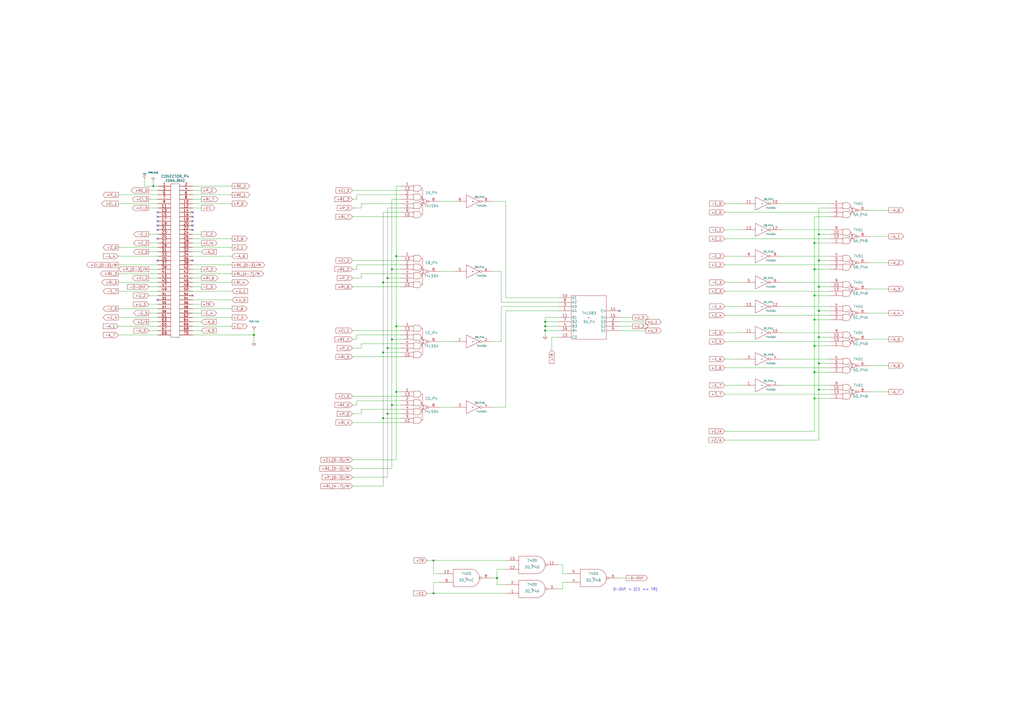
<source format=kicad_sch>
(kicad_sch (version 20250114) (generator "eeschema") (generator_version "9.0")
  (paper "A2")
  (title_block (title "MAIS UM E PORTA DE SELEÇÃO") (date "2 aug 2016"))
  (text "D-OVF = (C1 == TR)" (at 355.6 342.9 0) (effects (font (size 1.524 1.524)) (justify left bottom)))
  (junction (at 227.33 156.21))
  (junction (at 88.9 107.95))
  (junction (at 147.32 194.31))
  (junction (at 474.98 195.58))
  (junction (at 224.79 161.29))
  (junction (at 474.98 226.06))
  (junction (at 222.25 242.57))
  (junction (at 227.33 196.85))
  (junction (at 474.98 180.34))
  (junction (at 288.29 335.28))
  (junction (at 474.98 210.82))
  (junction (at 472.44 215.9))
  (junction (at 316.23 189.23))
  (junction (at 472.44 231.14))
  (junction (at 251.46 344.17))
  (junction (at 472.44 200.66))
  (junction (at 229.87 189.23))
  (junction (at 472.44 140.97))
  (junction (at 229.87 227.33))
  (junction (at 474.98 135.89))
  (junction (at 222.25 163.83))
  (junction (at 316.23 191.77))
  (junction (at 251.46 325.12))
  (junction (at 472.44 171.45))
  (junction (at 474.98 151.13))
  (junction (at 227.33 234.95))
  (junction (at 224.79 240.03))
  (junction (at 472.44 185.42))
  (junction (at 472.44 156.21))
  (junction (at 224.79 201.93))
  (junction (at 474.98 166.37))
  (junction (at 316.23 186.69))
  (junction (at 222.25 204.47))
  (junction (at 229.87 148.59))
  (no_connect (at 91.44 123.19))
  (no_connect (at 91.44 173.99))
  (no_connect (at 91.44 125.73))
  (no_connect (at 359.41 180.34))
  (no_connect (at 91.44 133.35))
  (no_connect (at 111.76 171.45))
  (no_connect (at 111.76 151.13))
  (no_connect (at 91.44 130.81))
  (no_connect (at 111.76 128.27))
  (no_connect (at 91.44 138.43))
  (no_connect (at 111.76 123.19))
  (no_connect (at 91.44 128.27))
  (no_connect (at 111.76 125.73))
  (no_connect (at 111.76 130.81))
  (no_connect (at 91.44 151.13))
  (no_connect (at 111.76 133.35))
  (wire (pts (xy 316.23 191.77) (xy 323.85 191.77)))
  (wire (pts (xy 229.87 266.7) (xy 204.47 266.7)))
  (wire (pts (xy 116.84 146.05) (xy 111.76 146.05)))
  (wire (pts (xy 147.32 191.77) (xy 147.32 194.31)))
  (wire (pts (xy 474.98 195.58) (xy 481.33 195.58)))
  (wire (pts (xy 326.39 327.66) (xy 326.39 332.74)))
  (wire (pts (xy 326.39 337.82) (xy 326.39 341.63)))
  (wire (pts (xy 134.62 168.91) (xy 111.76 168.91)))
  (wire (pts (xy 222.25 123.19) (xy 222.25 163.83)))
  (wire (pts (xy 68.58 148.59) (xy 91.44 148.59)))
  (wire (pts (xy 224.79 161.29) (xy 232.41 161.29)))
  (wire (pts (xy 320.04 195.58) (xy 323.85 195.58)))
  (wire (pts (xy 207.01 232.41) (xy 207.01 234.95)))
  (wire (pts (xy 474.98 226.06) (xy 474.98 255.27)))
  (wire (pts (xy 229.87 148.59) (xy 229.87 189.23)))
  (wire (pts (xy 68.58 158.75) (xy 91.44 158.75)))
  (wire (pts (xy 504.19 121.92) (xy 515.62 121.92)))
  (wire (pts (xy 68.58 113.03) (xy 91.44 113.03)))
  (wire (pts (xy 116.84 115.57) (xy 111.76 115.57)))
  (wire (pts (xy 316.23 186.69) (xy 316.23 189.23)))
  (wire (pts (xy 481.33 223.52) (xy 453.39 223.52)))
  (wire (pts (xy 227.33 271.78) (xy 204.47 271.78)))
  (wire (pts (xy 420.37 133.35) (xy 430.53 133.35)))
  (wire (pts (xy 68.58 163.83) (xy 91.44 163.83)))
  (wire (pts (xy 222.25 281.94) (xy 204.47 281.94)))
  (wire (pts (xy 116.84 166.37) (xy 111.76 166.37)))
  (wire (pts (xy 229.87 148.59) (xy 232.41 148.59)))
  (wire (pts (xy 134.62 163.83) (xy 111.76 163.83)))
  (wire (pts (xy 367.03 184.15) (xy 359.41 184.15)))
  (wire (pts (xy 481.33 148.59) (xy 453.39 148.59)))
  (wire (pts (xy 255.27 198.12) (xy 262.89 198.12)))
  (wire (pts (xy 209.55 199.39) (xy 209.55 201.93)))
  (wire (pts (xy 207.01 234.95) (xy 204.47 234.95)))
  (wire (pts (xy 229.87 227.33) (xy 229.87 266.7)))
  (wire (pts (xy 227.33 156.21) (xy 232.41 156.21)))
  (wire (pts (xy 474.98 180.34) (xy 474.98 195.58)))
  (wire (pts (xy 474.98 195.58) (xy 474.98 210.82)))
  (wire (pts (xy 288.29 335.28) (xy 288.29 339.09)))
  (wire (pts (xy 359.41 186.69) (xy 374.65 186.69)))
  (wire (pts (xy 481.33 123.19) (xy 420.37 123.19)))
  (wire (pts (xy 474.98 120.65) (xy 474.98 135.89)))
  (wire (pts (xy 420.37 198.12) (xy 481.33 198.12)))
  (wire (pts (xy 326.39 332.74) (xy 328.93 332.74)))
  (wire (pts (xy 207.01 153.67) (xy 232.41 153.67)))
  (wire (pts (xy 86.36 110.49) (xy 91.44 110.49)))
  (wire (pts (xy 134.62 173.99) (xy 111.76 173.99)))
  (wire (pts (xy 229.87 107.95) (xy 229.87 148.59)))
  (wire (pts (xy 204.47 229.87) (xy 232.41 229.87)))
  (wire (pts (xy 255.27 337.82) (xy 251.46 337.82)))
  (wire (pts (xy 227.33 196.85) (xy 227.33 234.95)))
  (wire (pts (xy 68.58 179.07) (xy 91.44 179.07)))
  (wire (pts (xy 290.83 157.48) (xy 285.75 157.48)))
  (wire (pts (xy 420.37 168.91) (xy 481.33 168.91)))
  (wire (pts (xy 207.01 115.57) (xy 204.47 115.57)))
  (wire (pts (xy 420.37 208.28) (xy 430.53 208.28)))
  (wire (pts (xy 86.36 156.21) (xy 91.44 156.21)))
  (wire (pts (xy 227.33 115.57) (xy 232.41 115.57)))
  (wire (pts (xy 288.29 330.2) (xy 288.29 335.28)))
  (wire (pts (xy 359.41 191.77) (xy 374.65 191.77)))
  (wire (pts (xy 222.25 123.19) (xy 232.41 123.19)))
  (wire (pts (xy 204.47 207.01) (xy 232.41 207.01)))
  (wire (pts (xy 320.04 195.58) (xy 320.04 203.2)))
  (wire (pts (xy 222.25 163.83) (xy 222.25 204.47)))
  (wire (pts (xy 285.75 236.22) (xy 293.37 236.22)))
  (wire (pts (xy 134.62 184.15) (xy 111.76 184.15)))
  (wire (pts (xy 474.98 135.89) (xy 474.98 151.13)))
  (wire (pts (xy 227.33 196.85) (xy 232.41 196.85)))
  (wire (pts (xy 481.33 133.35) (xy 453.39 133.35)))
  (wire (pts (xy 224.79 120.65) (xy 232.41 120.65)))
  (wire (pts (xy 504.19 196.85) (xy 515.62 196.85)))
  (wire (pts (xy 474.98 151.13) (xy 474.98 166.37)))
  (wire (pts (xy 316.23 186.69) (xy 323.85 186.69)))
  (wire (pts (xy 293.37 236.22) (xy 293.37 180.34)))
  (wire (pts (xy 227.33 234.95) (xy 227.33 271.78)))
  (wire (pts (xy 111.76 186.69) (xy 116.84 186.69)))
  (wire (pts (xy 323.85 327.66) (xy 326.39 327.66)))
  (wire (pts (xy 420.37 228.6) (xy 481.33 228.6)))
  (wire (pts (xy 207.01 196.85) (xy 204.47 196.85)))
  (wire (pts (xy 481.33 153.67) (xy 420.37 153.67)))
  (wire (pts (xy 209.55 161.29) (xy 204.47 161.29)))
  (wire (pts (xy 288.29 330.2) (xy 293.37 330.2)))
  (wire (pts (xy 474.98 226.06) (xy 481.33 226.06)))
  (wire (pts (xy 472.44 200.66) (xy 472.44 215.9)))
  (wire (pts (xy 224.79 120.65) (xy 224.79 161.29)))
  (wire (pts (xy 420.37 138.43) (xy 481.33 138.43)))
  (wire (pts (xy 116.84 161.29) (xy 111.76 161.29)))
  (wire (pts (xy 481.33 125.73) (xy 472.44 125.73)))
  (wire (pts (xy 293.37 172.72) (xy 323.85 172.72)))
  (wire (pts (xy 420.37 118.11) (xy 430.53 118.11)))
  (wire (pts (xy 209.55 237.49) (xy 209.55 240.03)))
  (wire (pts (xy 229.87 107.95) (xy 232.41 107.95)))
  (wire (pts (xy 134.62 158.75) (xy 111.76 158.75)))
  (wire (pts (xy 116.84 135.89) (xy 111.76 135.89)))
  (wire (pts (xy 472.44 215.9) (xy 472.44 231.14)))
  (wire (pts (xy 209.55 158.75) (xy 232.41 158.75)))
  (wire (pts (xy 481.33 177.8) (xy 453.39 177.8)))
  (wire (pts (xy 68.58 168.91) (xy 91.44 168.91)))
  (wire (pts (xy 316.23 184.15) (xy 316.23 186.69)))
  (wire (pts (xy 86.36 135.89) (xy 91.44 135.89)))
  (wire (pts (xy 224.79 240.03) (xy 232.41 240.03)))
  (wire (pts (xy 290.83 175.26) (xy 323.85 175.26)))
  (wire (pts (xy 474.98 120.65) (xy 481.33 120.65)))
  (wire (pts (xy 229.87 227.33) (xy 232.41 227.33)))
  (wire (pts (xy 224.79 201.93) (xy 224.79 240.03)))
  (wire (pts (xy 116.84 110.49) (xy 111.76 110.49)))
  (wire (pts (xy 255.27 332.74) (xy 251.46 332.74)))
  (wire (pts (xy 504.19 152.4) (xy 515.62 152.4)))
  (wire (pts (xy 255.27 157.48) (xy 262.89 157.48)))
  (wire (pts (xy 285.75 335.28) (xy 288.29 335.28)))
  (wire (pts (xy 209.55 118.11) (xy 232.41 118.11)))
  (wire (pts (xy 474.98 166.37) (xy 474.98 180.34)))
  (wire (pts (xy 116.84 156.21) (xy 111.76 156.21)))
  (wire (pts (xy 86.36 120.65) (xy 91.44 120.65)))
  (wire (pts (xy 247.65 344.17) (xy 251.46 344.17)))
  (wire (pts (xy 227.33 115.57) (xy 227.33 156.21)))
  (wire (pts (xy 323.85 177.8) (xy 290.83 177.8)))
  (wire (pts (xy 147.32 194.31) (xy 147.32 199.39)))
  (wire (pts (xy 472.44 185.42) (xy 481.33 185.42)))
  (wire (pts (xy 323.85 189.23) (xy 316.23 189.23)))
  (wire (pts (xy 134.62 118.11) (xy 111.76 118.11)))
  (wire (pts (xy 504.19 227.33) (xy 515.62 227.33)))
  (wire (pts (xy 251.46 325.12) (xy 293.37 325.12)))
  (wire (pts (xy 204.47 125.73) (xy 232.41 125.73)))
  (wire (pts (xy 88.9 107.95) (xy 88.9 105.41)))
  (wire (pts (xy 326.39 341.63) (xy 323.85 341.63)))
  (wire (pts (xy 204.47 245.11) (xy 232.41 245.11)))
  (wire (pts (xy 68.58 153.67) (xy 91.44 153.67)))
  (wire (pts (xy 86.36 140.97) (xy 91.44 140.97)))
  (wire (pts (xy 222.25 204.47) (xy 222.25 242.57)))
  (wire (pts (xy 86.36 191.77) (xy 91.44 191.77)))
  (wire (pts (xy 68.58 184.15) (xy 91.44 184.15)))
  (wire (pts (xy 420.37 177.8) (xy 430.53 177.8)))
  (wire (pts (xy 116.84 140.97) (xy 111.76 140.97)))
  (wire (pts (xy 251.46 337.82) (xy 251.46 344.17)))
  (wire (pts (xy 116.84 120.65) (xy 111.76 120.65)))
  (wire (pts (xy 474.98 180.34) (xy 481.33 180.34)))
  (wire (pts (xy 134.62 107.95) (xy 111.76 107.95)))
  (wire (pts (xy 481.33 213.36) (xy 420.37 213.36)))
  (wire (pts (xy 472.44 140.97) (xy 481.33 140.97)))
  (wire (pts (xy 472.44 171.45) (xy 481.33 171.45)))
  (wire (pts (xy 91.44 181.61) (xy 86.36 181.61)))
  (wire (pts (xy 316.23 189.23) (xy 316.23 191.77)))
  (wire (pts (xy 116.84 191.77) (xy 111.76 191.77)))
  (wire (pts (xy 68.58 194.31) (xy 91.44 194.31)))
  (wire (pts (xy 293.37 116.84) (xy 293.37 172.72)))
  (wire (pts (xy 224.79 276.86) (xy 204.47 276.86)))
  (wire (pts (xy 209.55 237.49) (xy 232.41 237.49)))
  (wire (pts (xy 472.44 171.45) (xy 472.44 185.42)))
  (wire (pts (xy 288.29 339.09) (xy 293.37 339.09)))
  (wire (pts (xy 293.37 180.34) (xy 323.85 180.34)))
  (wire (pts (xy 472.44 250.19) (xy 420.37 250.19)))
  (wire (pts (xy 209.55 199.39) (xy 232.41 199.39)))
  (wire (pts (xy 367.03 189.23) (xy 359.41 189.23)))
  (wire (pts (xy 207.01 153.67) (xy 207.01 156.21)))
  (wire (pts (xy 328.93 337.82) (xy 326.39 337.82)))
  (wire (pts (xy 204.47 191.77) (xy 232.41 191.77)))
  (wire (pts (xy 262.89 116.84) (xy 255.27 116.84)))
  (wire (pts (xy 83.82 107.95) (xy 88.9 107.95)))
  (wire (pts (xy 262.89 236.22) (xy 255.27 236.22)))
  (wire (pts (xy 420.37 148.59) (xy 430.53 148.59)))
  (wire (pts (xy 86.36 186.69) (xy 91.44 186.69)))
  (wire (pts (xy 207.01 113.03) (xy 232.41 113.03)))
  (wire (pts (xy 134.62 148.59) (xy 111.76 148.59)))
  (wire (pts (xy 504.19 167.64) (xy 515.62 167.64)))
  (wire (pts (xy 323.85 184.15) (xy 316.23 184.15)))
  (wire (pts (xy 116.84 176.53) (xy 111.76 176.53)))
  (wire (pts (xy 420.37 193.04) (xy 430.53 193.04)))
  (wire (pts (xy 481.33 163.83) (xy 453.39 163.83)))
  (wire (pts (xy 86.36 166.37) (xy 91.44 166.37)))
  (wire (pts (xy 504.19 137.16) (xy 515.62 137.16)))
  (wire (pts (xy 481.33 208.28) (xy 453.39 208.28)))
  (wire (pts (xy 204.47 166.37) (xy 232.41 166.37)))
  (wire (pts (xy 83.82 107.95) (xy 83.82 104.14)))
  (wire (pts (xy 504.19 212.09) (xy 515.62 212.09)))
  (wire (pts (xy 86.36 171.45) (xy 91.44 171.45)))
  (wire (pts (xy 204.47 151.13) (xy 232.41 151.13)))
  (wire (pts (xy 481.33 118.11) (xy 453.39 118.11)))
  (wire (pts (xy 359.41 335.28) (xy 363.22 335.28)))
  (wire (pts (xy 316.23 191.77) (xy 316.23 195.58)))
  (wire (pts (xy 209.55 120.65) (xy 204.47 120.65)))
  (wire (pts (xy 290.83 157.48) (xy 290.83 175.26)))
  (wire (pts (xy 293.37 116.84) (xy 285.75 116.84)))
  (wire (pts (xy 209.55 118.11) (xy 209.55 120.65)))
  (wire (pts (xy 472.44 156.21) (xy 481.33 156.21)))
  (wire (pts (xy 207.01 156.21) (xy 204.47 156.21)))
  (wire (pts (xy 224.79 240.03) (xy 224.79 276.86)))
  (wire (pts (xy 229.87 189.23) (xy 229.87 227.33)))
  (wire (pts (xy 116.84 181.61) (xy 111.76 181.61)))
  (wire (pts (xy 204.47 110.49) (xy 232.41 110.49)))
  (wire (pts (xy 472.44 140.97) (xy 472.44 156.21)))
  (wire (pts (xy 91.44 176.53) (xy 86.36 176.53)))
  (wire (pts (xy 134.62 113.03) (xy 111.76 113.03)))
  (wire (pts (xy 224.79 161.29) (xy 224.79 201.93)))
  (wire (pts (xy 68.58 189.23) (xy 91.44 189.23)))
  (wire (pts (xy 207.01 194.31) (xy 207.01 196.85)))
  (wire (pts (xy 207.01 113.03) (xy 207.01 115.57)))
  (wire (pts (xy 134.62 138.43) (xy 111.76 138.43)))
  (wire (pts (xy 504.19 181.61) (xy 515.62 181.61)))
  (wire (pts (xy 88.9 107.95) (xy 91.44 107.95)))
  (wire (pts (xy 481.33 182.88) (xy 420.37 182.88)))
  (wire (pts (xy 227.33 234.95) (xy 232.41 234.95)))
  (wire (pts (xy 207.01 194.31) (xy 232.41 194.31)))
  (wire (pts (xy 420.37 163.83) (xy 430.53 163.83)))
  (wire (pts (xy 472.44 200.66) (xy 481.33 200.66)))
  (wire (pts (xy 134.62 143.51) (xy 111.76 143.51)))
  (wire (pts (xy 251.46 344.17) (xy 293.37 344.17)))
  (wire (pts (xy 86.36 115.57) (xy 91.44 115.57)))
  (wire (pts (xy 472.44 156.21) (xy 472.44 171.45)))
  (wire (pts (xy 222.25 242.57) (xy 232.41 242.57)))
  (wire (pts (xy 420.37 223.52) (xy 430.53 223.52)))
  (wire (pts (xy 222.25 163.83) (xy 232.41 163.83)))
  (wire (pts (xy 227.33 156.21) (xy 227.33 196.85)))
  (wire (pts (xy 474.98 135.89) (xy 481.33 135.89)))
  (wire (pts (xy 134.62 153.67) (xy 111.76 153.67)))
  (wire (pts (xy 134.62 189.23) (xy 111.76 189.23)))
  (wire (pts (xy 472.44 231.14) (xy 481.33 231.14)))
  (wire (pts (xy 68.58 118.11) (xy 91.44 118.11)))
  (wire (pts (xy 229.87 189.23) (xy 232.41 189.23)))
  (wire (pts (xy 247.65 325.12) (xy 251.46 325.12)))
  (wire (pts (xy 68.58 143.51) (xy 91.44 143.51)))
  (wire (pts (xy 224.79 201.93) (xy 232.41 201.93)))
  (wire (pts (xy 290.83 177.8) (xy 290.83 198.12)))
  (wire (pts (xy 472.44 231.14) (xy 472.44 250.19)))
  (wire (pts (xy 290.83 198.12) (xy 285.75 198.12)))
  (wire (pts (xy 86.36 146.05) (xy 91.44 146.05)))
  (wire (pts (xy 207.01 232.41) (xy 232.41 232.41)))
  (wire (pts (xy 481.33 193.04) (xy 453.39 193.04)))
  (wire (pts (xy 474.98 255.27) (xy 420.37 255.27)))
  (wire (pts (xy 251.46 332.74) (xy 251.46 325.12)))
  (wire (pts (xy 209.55 201.93) (xy 204.47 201.93)))
  (wire (pts (xy 474.98 166.37) (xy 481.33 166.37)))
  (wire (pts (xy 222.25 204.47) (xy 232.41 204.47)))
  (wire (pts (xy 474.98 210.82) (xy 474.98 226.06)))
  (wire (pts (xy 209.55 240.03) (xy 204.47 240.03)))
  (wire (pts (xy 111.76 194.31) (xy 147.32 194.31)))
  (wire (pts (xy 472.44 185.42) (xy 472.44 200.66)))
  (wire (pts (xy 222.25 242.57) (xy 222.25 281.94)))
  (wire (pts (xy 474.98 210.82) (xy 481.33 210.82)))
  (wire (pts (xy 134.62 179.07) (xy 111.76 179.07)))
  (wire (pts (xy 209.55 158.75) (xy 209.55 161.29)))
  (wire (pts (xy 472.44 215.9) (xy 481.33 215.9)))
  (wire (pts (xy 474.98 151.13) (xy 481.33 151.13)))
  (wire (pts (xy 86.36 161.29) (xy 91.44 161.29)))
  (wire (pts (xy 472.44 125.73) (xy 472.44 140.97)))
  (global_label "+P_1" (shape input) (at 204.47 201.93 180) (effects (font (size 1.524 1.524))) (property "Intersheetrefs" "${INTERSHEET_REFS}" (effects (hide yes))))
  (global_label "-C1" (shape output) (at 116.84 120.65 0) (effects (font (size 1.524 1.524))) (property "Intersheetrefs" "${INTERSHEET_REFS}" (effects (hide yes))))
  (global_label "+Z_3" (shape output) (at 134.62 184.15 0) (effects (font (size 1.524 1.524))) (property "Intersheetrefs" "${INTERSHEET_REFS}" (effects (hide yes))))
  (global_label "+RE_3" (shape input) (at 204.47 115.57 180) (effects (font (size 1.524 1.524))) (property "Intersheetrefs" "${INTERSHEET_REFS}" (effects (hide yes))))
  (global_label "+Z_1" (shape output) (at 134.62 143.51 0) (effects (font (size 1.524 1.524))) (property "Intersheetrefs" "${INTERSHEET_REFS}" (effects (hide yes))))
  (global_label "+RI_4" (shape input) (at 204.47 245.11 180) (effects (font (size 1.524 1.524))) (property "Intersheetrefs" "${INTERSHEET_REFS}" (effects (hide yes))))
  (global_label "-A_6" (shape input) (at 134.62 148.59 0) (effects (font (size 1.524 1.524))) (property "Intersheetrefs" "${INTERSHEET_REFS}" (effects (hide yes))))
  (global_label "+RE_0" (shape input) (at 204.47 234.95 180) (effects (font (size 1.524 1.524))) (property "Intersheetrefs" "${INTERSHEET_REFS}" (effects (hide yes))))
  (global_label "-E_5" (shape input) (at 420.37 193.04 180) (effects (font (size 1.524 1.524))) (property "Intersheetrefs" "${INTERSHEET_REFS}" (effects (hide yes))))
  (global_label "-E_0" (shape input) (at 420.37 118.11 180) (effects (font (size 1.524 1.524))) (property "Intersheetrefs" "${INTERSHEET_REFS}" (effects (hide yes))))
  (global_label "+Z_0" (shape output) (at 68.58 143.51 180) (effects (font (size 1.524 1.524))) (property "Intersheetrefs" "${INTERSHEET_REFS}" (effects (hide yes))))
  (global_label "+P_3" (shape input) (at 204.47 120.65 180) (effects (font (size 1.524 1.524))) (property "Intersheetrefs" "${INTERSHEET_REFS}" (effects (hide yes))))
  (global_label "+Z_7" (shape output) (at 134.62 189.23 0) (effects (font (size 1.524 1.524))) (property "Intersheetrefs" "${INTERSHEET_REFS}" (effects (hide yes))))
  (global_label "-E_6" (shape input) (at 420.37 208.28 180) (effects (font (size 1.524 1.524))) (property "Intersheetrefs" "${INTERSHEET_REFS}" (effects (hide yes))))
  (global_label "+Z_1" (shape input) (at 420.37 138.43 180) (effects (font (size 1.524 1.524))) (property "Intersheetrefs" "${INTERSHEET_REFS}" (effects (hide yes))))
  (global_label "+CI_(0-3)/M" (shape input) (at 204.47 266.7 180) (effects (font (size 1.524 1.524))) (property "Intersheetrefs" "${INTERSHEET_REFS}" (effects (hide yes))))
  (global_label "+RE_0" (shape output) (at 86.36 110.49 180) (effects (font (size 1.524 1.524))) (property "Intersheetrefs" "${INTERSHEET_REFS}" (effects (hide yes))))
  (global_label "-A_6" (shape output) (at 515.62 212.09 0) (effects (font (size 1.524 1.524))) (property "Intersheetrefs" "${INTERSHEET_REFS}" (effects (hide yes))))
  (global_label "+Z_2" (shape input) (at 420.37 153.67 180) (effects (font (size 1.524 1.524))) (property "Intersheetrefs" "${INTERSHEET_REFS}" (effects (hide yes))))
  (global_label "+U_0" (shape output) (at 367.03 184.15 0) (effects (font (size 1.524 1.524))) (property "Intersheetrefs" "${INTERSHEET_REFS}" (effects (hide yes))))
  (global_label "+RI_5" (shape output) (at 68.58 163.83 180) (effects (font (size 1.524 1.524))) (property "Intersheetrefs" "${INTERSHEET_REFS}" (effects (hide yes))))
  (global_label "-A_2" (shape output) (at 515.62 152.4 0) (effects (font (size 1.524 1.524))) (property "Intersheetrefs" "${INTERSHEET_REFS}" (effects (hide yes))))
  (global_label "+P_0" (shape output) (at 134.62 118.11 0) (effects (font (size 1.524 1.524))) (property "Intersheetrefs" "${INTERSHEET_REFS}" (effects (hide yes))))
  (global_label "+Z_4" (shape input) (at 420.37 182.88 180) (effects (font (size 1.524 1.524))) (property "Intersheetrefs" "${INTERSHEET_REFS}" (effects (hide yes))))
  (global_label "+Z/A" (shape input) (at 420.37 255.27 180) (effects (font (size 1.524 1.524))) (property "Intersheetrefs" "${INTERSHEET_REFS}" (effects (hide yes))))
  (global_label "+Z_6" (shape input) (at 420.37 213.36 180) (effects (font (size 1.524 1.524))) (property "Intersheetrefs" "${INTERSHEET_REFS}" (effects (hide yes))))
  (global_label "-E_4" (shape input) (at 420.37 177.8 180) (effects (font (size 1.524 1.524))) (property "Intersheetrefs" "${INTERSHEET_REFS}" (effects (hide yes))))
  (global_label "+CI_2" (shape input) (at 204.47 151.13 180) (effects (font (size 1.524 1.524))) (property "Intersheetrefs" "${INTERSHEET_REFS}" (effects (hide yes))))
  (global_label "+P_0" (shape input) (at 204.47 240.03 180) (effects (font (size 1.524 1.524))) (property "Intersheetrefs" "${INTERSHEET_REFS}" (effects (hide yes))))
  (global_label "-D-OVF" (shape output) (at 363.22 335.28 0) (effects (font (size 1.524 1.524))) (property "Intersheetrefs" "${INTERSHEET_REFS}" (effects (hide yes))))
  (global_label "-E_7" (shape input) (at 420.37 223.52 180) (effects (font (size 1.524 1.524))) (property "Intersheetrefs" "${INTERSHEET_REFS}" (effects (hide yes))))
  (global_label "+CI_1" (shape output) (at 68.58 118.11 180) (effects (font (size 1.524 1.524))) (property "Intersheetrefs" "${INTERSHEET_REFS}" (effects (hide yes))))
  (global_label "-A_1" (shape output) (at 515.62 137.16 0) (effects (font (size 1.524 1.524))) (property "Intersheetrefs" "${INTERSHEET_REFS}" (effects (hide yes))))
  (global_label "+CI_0" (shape input) (at 204.47 229.87 180) (effects (font (size 1.524 1.524))) (property "Intersheetrefs" "${INTERSHEET_REFS}" (effects (hide yes))))
  (global_label "+U_2" (shape input) (at 86.36 171.45 180) (effects (font (size 1.524 1.524))) (property "Intersheetrefs" "${INTERSHEET_REFS}" (effects (hide yes))))
  (global_label "+U_2" (shape output) (at 367.03 189.23 0) (effects (font (size 1.524 1.524))) (property "Intersheetrefs" "${INTERSHEET_REFS}" (effects (hide yes))))
  (global_label "+U_1" (shape output) (at 374.65 186.69 0) (effects (font (size 1.524 1.524))) (property "Intersheetrefs" "${INTERSHEET_REFS}" (effects (hide yes))))
  (global_label "+RI_6" (shape input) (at 204.47 166.37 180) (effects (font (size 1.524 1.524))) (property "Intersheetrefs" "${INTERSHEET_REFS}" (effects (hide yes))))
  (global_label "-E_5" (shape output) (at 86.36 181.61 180) (effects (font (size 1.524 1.524))) (property "Intersheetrefs" "${INTERSHEET_REFS}" (effects (hide yes))))
  (global_label "+CI_2" (shape output) (at 86.36 161.29 180) (effects (font (size 1.524 1.524))) (property "Intersheetrefs" "${INTERSHEET_REFS}" (effects (hide yes))))
  (global_label "+CI_1" (shape input) (at 204.47 191.77 180) (effects (font (size 1.524 1.524))) (property "Intersheetrefs" "${INTERSHEET_REFS}" (effects (hide yes))))
  (global_label "+Z_7" (shape input) (at 420.37 228.6 180) (effects (font (size 1.524 1.524))) (property "Intersheetrefs" "${INTERSHEET_REFS}" (effects (hide yes))))
  (global_label "+RI_4" (shape output) (at 134.62 163.83 0) (effects (font (size 1.524 1.524))) (property "Intersheetrefs" "${INTERSHEET_REFS}" (effects (hide yes))))
  (global_label "+TR" (shape output) (at 116.84 176.53 0) (effects (font (size 1.524 1.524))) (property "Intersheetrefs" "${INTERSHEET_REFS}" (effects (hide yes))))
  (global_label "+RE_(0-3)/M" (shape output) (at 134.62 153.67 0) (effects (font (size 1.524 1.524))) (property "Intersheetrefs" "${INTERSHEET_REFS}" (effects (hide yes))))
  (global_label "+E/A" (shape output) (at 116.84 140.97 0) (effects (font (size 1.524 1.524))) (property "Intersheetrefs" "${INTERSHEET_REFS}" (effects (hide yes))))
  (global_label "+Z_0" (shape input) (at 420.37 123.19 180) (effects (font (size 1.524 1.524))) (property "Intersheetrefs" "${INTERSHEET_REFS}" (effects (hide yes))))
  (global_label "-A_5" (shape input) (at 116.84 191.77 0) (effects (font (size 1.524 1.524))) (property "Intersheetrefs" "${INTERSHEET_REFS}" (effects (hide yes))))
  (global_label "+RE_1" (shape output) (at 134.62 113.03 0) (effects (font (size 1.524 1.524))) (property "Intersheetrefs" "${INTERSHEET_REFS}" (effects (hide yes))))
  (global_label "+RI_(4-7)/M" (shape input) (at 204.47 281.94 180) (effects (font (size 1.524 1.524))) (property "Intersheetrefs" "${INTERSHEET_REFS}" (effects (hide yes))))
  (global_label "-E_1" (shape input) (at 420.37 133.35 180) (effects (font (size 1.524 1.524))) (property "Intersheetrefs" "${INTERSHEET_REFS}" (effects (hide yes))))
  (global_label "-A_0" (shape output) (at 515.62 121.92 0) (effects (font (size 1.524 1.524))) (property "Intersheetrefs" "${INTERSHEET_REFS}" (effects (hide yes))))
  (global_label "-A_7" (shape output) (at 515.62 227.33 0) (effects (font (size 1.524 1.524))) (property "Intersheetrefs" "${INTERSHEET_REFS}" (effects (hide yes))))
  (global_label "+Z_4" (shape output) (at 68.58 184.15 180) (effects (font (size 1.524 1.524))) (property "Intersheetrefs" "${INTERSHEET_REFS}" (effects (hide yes))))
  (global_label "-A_7" (shape input) (at 68.58 194.31 180) (effects (font (size 1.524 1.524))) (property "Intersheetrefs" "${INTERSHEET_REFS}" (effects (hide yes))))
  (global_label "-A_3" (shape input) (at 86.36 191.77 180) (effects (font (size 1.524 1.524))) (property "Intersheetrefs" "${INTERSHEET_REFS}" (effects (hide yes))))
  (global_label "-E_3" (shape input) (at 420.37 163.83 180) (effects (font (size 1.524 1.524))) (property "Intersheetrefs" "${INTERSHEET_REFS}" (effects (hide yes))))
  (global_label "-E_3" (shape output) (at 116.84 166.37 0) (effects (font (size 1.524 1.524))) (property "Intersheetrefs" "${INTERSHEET_REFS}" (effects (hide yes))))
  (global_label "+P_2" (shape output) (at 116.84 110.49 0) (effects (font (size 1.524 1.524))) (property "Intersheetrefs" "${INTERSHEET_REFS}" (effects (hide yes))))
  (global_label "+RE_1" (shape input) (at 204.47 196.85 180) (effects (font (size 1.524 1.524))) (property "Intersheetrefs" "${INTERSHEET_REFS}" (effects (hide yes))))
  (global_label "-E_6" (shape output) (at 134.62 179.07 0) (effects (font (size 1.524 1.524))) (property "Intersheetrefs" "${INTERSHEET_REFS}" (effects (hide yes))))
  (global_label "-A_4" (shape output) (at 515.62 181.61 0) (effects (font (size 1.524 1.524))) (property "Intersheetrefs" "${INTERSHEET_REFS}" (effects (hide yes))))
  (global_label "+Z_2" (shape output) (at 86.36 140.97 180) (effects (font (size 1.524 1.524))) (property "Intersheetrefs" "${INTERSHEET_REFS}" (effects (hide yes))))
  (global_label "+P_2" (shape input) (at 204.47 161.29 180) (effects (font (size 1.524 1.524))) (property "Intersheetrefs" "${INTERSHEET_REFS}" (effects (hide yes))))
  (global_label "-C1" (shape input) (at 247.65 344.17 180) (effects (font (size 1.524 1.524))) (property "Intersheetrefs" "${INTERSHEET_REFS}" (effects (hide yes))))
  (global_label "+RI_7" (shape input) (at 204.47 125.73 180) (effects (font (size 1.524 1.524))) (property "Intersheetrefs" "${INTERSHEET_REFS}" (effects (hide yes))))
  (global_label "+U_1" (shape input) (at 134.62 168.91 0) (effects (font (size 1.524 1.524))) (property "Intersheetrefs" "${INTERSHEET_REFS}" (effects (hide yes))))
  (global_label "+TR" (shape input) (at 320.04 203.2 270) (effects (font (size 1.524 1.524))) (property "Intersheetrefs" "${INTERSHEET_REFS}" (effects (hide yes))))
  (global_label "+RI_(4-7)/M" (shape output) (at 134.62 158.75 0) (effects (font (size 1.524 1.524))) (property "Intersheetrefs" "${INTERSHEET_REFS}" (effects (hide yes))))
  (global_label "+U_3" (shape input) (at 86.36 176.53 180) (effects (font (size 1.524 1.524))) (property "Intersheetrefs" "${INTERSHEET_REFS}" (effects (hide yes))))
  (global_label "-E_7" (shape output) (at 68.58 168.91 180) (effects (font (size 1.524 1.524))) (property "Intersheetrefs" "${INTERSHEET_REFS}" (effects (hide yes))))
  (global_label "+P_1" (shape output) (at 68.58 113.03 180) (effects (font (size 1.524 1.524))) (property "Intersheetrefs" "${INTERSHEET_REFS}" (effects (hide yes))))
  (global_label "+CI_3" (shape output) (at 86.36 115.57 180) (effects (font (size 1.524 1.524))) (property "Intersheetrefs" "${INTERSHEET_REFS}" (effects (hide yes))))
  (global_label "-E_2" (shape output) (at 116.84 135.89 0) (effects (font (size 1.524 1.524))) (property "Intersheetrefs" "${INTERSHEET_REFS}" (effects (hide yes))))
  (global_label "+Z_3" (shape input) (at 420.37 168.91 180) (effects (font (size 1.524 1.524))) (property "Intersheetrefs" "${INTERSHEET_REFS}" (effects (hide yes))))
  (global_label "+U_0" (shape input) (at 134.62 173.99 0) (effects (font (size 1.524 1.524))) (property "Intersheetrefs" "${INTERSHEET_REFS}" (effects (hide yes))))
  (global_label "+CI_3" (shape input) (at 204.47 110.49 180) (effects (font (size 1.524 1.524))) (property "Intersheetrefs" "${INTERSHEET_REFS}" (effects (hide yes))))
  (global_label "-A_1" (shape input) (at 68.58 189.23 180) (effects (font (size 1.524 1.524))) (property "Intersheetrefs" "${INTERSHEET_REFS}" (effects (hide yes))))
  (global_label "+Z_5" (shape input) (at 420.37 198.12 180) (effects (font (size 1.524 1.524))) (property "Intersheetrefs" "${INTERSHEET_REFS}" (effects (hide yes))))
  (global_label "-A_4" (shape input) (at 68.58 148.59 180) (effects (font (size 1.524 1.524))) (property "Intersheetrefs" "${INTERSHEET_REFS}" (effects (hide yes))))
  (global_label "+RE_(0-3)/M" (shape input) (at 204.47 271.78 180) (effects (font (size 1.524 1.524))) (property "Intersheetrefs" "${INTERSHEET_REFS}" (effects (hide yes))))
  (global_label "-A_3" (shape output) (at 515.62 167.64 0) (effects (font (size 1.524 1.524))) (property "Intersheetrefs" "${INTERSHEET_REFS}" (effects (hide yes))))
  (global_label "-A_2" (shape input) (at 116.84 146.05 0) (effects (font (size 1.524 1.524))) (property "Intersheetrefs" "${INTERSHEET_REFS}" (effects (hide yes))))
  (global_label "+Z_5" (shape output) (at 86.36 146.05 180) (effects (font (size 1.524 1.524))) (property "Intersheetrefs" "${INTERSHEET_REFS}" (effects (hide yes))))
  (global_label "-A_5" (shape output) (at 515.62 196.85 0) (effects (font (size 1.524 1.524))) (property "Intersheetrefs" "${INTERSHEET_REFS}" (effects (hide yes))))
  (global_label "-E_0" (shape output) (at 68.58 179.07 180) (effects (font (size 1.524 1.524))) (property "Intersheetrefs" "${INTERSHEET_REFS}" (effects (hide yes))))
  (global_label "-A_0" (shape input) (at 116.84 186.69 0) (effects (font (size 1.524 1.524))) (property "Intersheetrefs" "${INTERSHEET_REFS}" (effects (hide yes))))
  (global_label "+RI_7" (shape output) (at 116.84 115.57 0) (effects (font (size 1.524 1.524))) (property "Intersheetrefs" "${INTERSHEET_REFS}" (effects (hide yes))))
  (global_label "+Z_6" (shape output) (at 134.62 138.43 0) (effects (font (size 1.524 1.524))) (property "Intersheetrefs" "${INTERSHEET_REFS}" (effects (hide yes))))
  (global_label "+RE_2" (shape input) (at 204.47 156.21 180) (effects (font (size 1.524 1.524))) (property "Intersheetrefs" "${INTERSHEET_REFS}" (effects (hide yes))))
  (global_label "-E_2" (shape input) (at 420.37 148.59 180) (effects (font (size 1.524 1.524))) (property "Intersheetrefs" "${INTERSHEET_REFS}" (effects (hide yes))))
  (global_label "+RI_5" (shape input) (at 204.47 207.01 180) (effects (font (size 1.524 1.524))) (property "Intersheetrefs" "${INTERSHEET_REFS}" (effects (hide yes))))
  (global_label "-E_4" (shape output) (at 116.84 181.61 0) (effects (font (size 1.524 1.524))) (property "Intersheetrefs" "${INTERSHEET_REFS}" (effects (hide yes))))
  (global_label "+U_3" (shape output) (at 374.65 191.77 0) (effects (font (size 1.524 1.524))) (property "Intersheetrefs" "${INTERSHEET_REFS}" (effects (hide yes))))
  (global_label "+P_(0-3)/M" (shape input) (at 204.47 276.86 180) (effects (font (size 1.524 1.524))) (property "Intersheetrefs" "${INTERSHEET_REFS}" (effects (hide yes))))
  (global_label "+P_3" (shape output) (at 116.84 156.21 0) (effects (font (size 1.524 1.524))) (property "Intersheetrefs" "${INTERSHEET_REFS}" (effects (hide yes))))
  (global_label "+RI_6" (shape output) (at 116.84 161.29 0) (effects (font (size 1.524 1.524))) (property "Intersheetrefs" "${INTERSHEET_REFS}" (effects (hide yes))))
  (global_label "+RE_3" (shape output) (at 68.58 158.75 180) (effects (font (size 1.524 1.524))) (property "Intersheetrefs" "${INTERSHEET_REFS}" (effects (hide yes))))
  (global_label "-E_1" (shape output) (at 86.36 135.89 180) (effects (font (size 1.524 1.524))) (property "Intersheetrefs" "${INTERSHEET_REFS}" (effects (hide yes))))
  (global_label "+TR" (shape input) (at 247.65 325.12 180) (effects (font (size 1.524 1.524))) (property "Intersheetrefs" "${INTERSHEET_REFS}" (effects (hide yes))))
  (global_label "+Z/A" (shape output) (at 86.36 186.69 180) (effects (font (size 1.524 1.524))) (property "Intersheetrefs" "${INTERSHEET_REFS}" (effects (hide yes))))
  (global_label "+P_(0-3)/M" (shape output) (at 86.36 156.21 180) (effects (font (size 1.524 1.524))) (property "Intersheetrefs" "${INTERSHEET_REFS}" (effects (hide yes))))
  (global_label "-D-OVF" (shape input) (at 86.36 166.37 180) (effects (font (size 1.524 1.524))) (property "Intersheetrefs" "${INTERSHEET_REFS}" (effects (hide yes))))
  (global_label "+E/A" (shape input) (at 420.37 250.19 180) (effects (font (size 1.524 1.524))) (property "Intersheetrefs" "${INTERSHEET_REFS}" (effects (hide yes))))
  (global_label "+CI_(0-3)/M" (shape output) (at 68.58 153.67 180) (effects (font (size 1.524 1.524))) (property "Intersheetrefs" "${INTERSHEET_REFS}" (effects (hide yes))))
  (global_label "+CI_0" (shape output) (at 86.36 120.65 180) (effects (font (size 1.524 1.524))) (property "Intersheetrefs" "${INTERSHEET_REFS}" (effects (hide yes))))
  (global_label "+RE_2" (shape output) (at 134.62 107.95 0) (effects (font (size 1.524 1.524))) (property "Intersheetrefs" "${INTERSHEET_REFS}" (effects (hide yes))))
  (symbol (lib_id "FM1-6-rescue:74LS54") (at 243.84 116.84 0) (unit 1)
    (property "Reference" "1A_P4" (at 250.19 111.76 0) (effects (font (size 1.524 1.524))))
    (property "Value" "74LS54" (at 250.19 119.38 0) (effects (font (size 1.524 1.524))))
    (property "Footprint" "~" (at 243.84 116.84 0) (effects (font (size 1.524 1.524))))
    (property "Datasheet" "~" (at 243.84 116.84 0) (effects (font (size 1.524 1.524))))
  )
  (symbol (lib_id "FM1-6-rescue:74LS54") (at 243.84 157.48 0) (unit 1)
    (property "Reference" "1B_P4" (at 250.19 152.4 0) (effects (font (size 1.524 1.524))))
    (property "Value" "74LS54" (at 250.19 160.02 0) (effects (font (size 1.524 1.524))))
    (property "Footprint" "~" (at 243.84 157.48 0) (effects (font (size 1.524 1.524))))
    (property "Datasheet" "~" (at 243.84 157.48 0) (effects (font (size 1.524 1.524))))
  )
  (symbol (lib_id "FM1-6-rescue:74LS54") (at 243.84 198.12 0) (unit 1)
    (property "Reference" "1C_P4" (at 250.19 193.04 0) (effects (font (size 1.524 1.524))))
    (property "Value" "74LS54" (at 250.19 200.66 0) (effects (font (size 1.524 1.524))))
    (property "Footprint" "~" (at 243.84 198.12 0) (effects (font (size 1.524 1.524))))
    (property "Datasheet" "~" (at 243.84 198.12 0) (effects (font (size 1.524 1.524))))
  )
  (symbol (lib_id "FM1-6-rescue:74LS54") (at 243.84 236.22 0) (unit 1)
    (property "Reference" "1D_P4" (at 250.19 231.14 0) (effects (font (size 1.524 1.524))))
    (property "Value" "74LS54" (at 250.19 238.76 0) (effects (font (size 1.524 1.524))))
    (property "Footprint" "~" (at 243.84 236.22 0) (effects (font (size 1.524 1.524))))
    (property "Datasheet" "~" (at 243.84 236.22 0) (effects (font (size 1.524 1.524))))
  )
  (symbol (lib_id "FM1-6-rescue:74HC04") (at 274.32 116.84 0) (unit 4)
    (property "Reference" "3B_P4" (at 278.13 114.3 0) (effects (font (size 1.016 1.016))))
    (property "Value" "74HC04" (at 279.4 119.38 0) (effects (font (size 1.016 1.016))))
    (property "Footprint" "~" (at 274.32 116.84 0) (effects (font (size 1.524 1.524))))
    (property "Datasheet" "~" (at 274.32 116.84 0) (effects (font (size 1.524 1.524))))
  )
  (symbol (lib_id "FM1-6-rescue:74HC04") (at 274.32 157.48 0) (unit 3)
    (property "Reference" "3B_P4" (at 278.13 154.94 0) (effects (font (size 1.016 1.016))))
    (property "Value" "74HC04" (at 279.4 160.02 0) (effects (font (size 1.016 1.016))))
    (property "Footprint" "~" (at 274.32 157.48 0) (effects (font (size 1.524 1.524))))
    (property "Datasheet" "~" (at 274.32 157.48 0) (effects (font (size 1.524 1.524))))
  )
  (symbol (lib_id "FM1-6-rescue:74HC04") (at 274.32 198.12 0) (unit 1)
    (property "Reference" "3B_P4" (at 278.13 195.58 0) (effects (font (size 1.016 1.016))))
    (property "Value" "74HC04" (at 279.4 200.66 0) (effects (font (size 1.016 1.016))))
    (property "Footprint" "~" (at 274.32 198.12 0) (effects (font (size 1.524 1.524))))
    (property "Datasheet" "~" (at 274.32 198.12 0) (effects (font (size 1.524 1.524))))
  )
  (symbol (lib_id "FM1-6-rescue:74HC04") (at 274.32 236.22 0) (unit 2)
    (property "Reference" "3B_P4" (at 278.13 233.68 0) (effects (font (size 1.016 1.016))))
    (property "Value" "74HC04" (at 279.4 238.76 0) (effects (font (size 1.016 1.016))))
    (property "Footprint" "~" (at 274.32 236.22 0) (effects (font (size 1.524 1.524))))
    (property "Datasheet" "~" (at 274.32 236.22 0) (effects (font (size 1.524 1.524))))
  )
  (symbol (lib_id "FM1-6-rescue:74LS83") (at 341.63 184.15 0) (mirror x) (unit 1)
    (property "Reference" "3A_P4" (at 341.63 186.69 0) (effects (font (size 1.524 1.524))))
    (property "Value" "74LS83" (at 341.63 181.61 0) (effects (font (size 1.524 1.524))))
    (property "Footprint" "~" (at 341.63 184.15 0) (effects (font (size 1.524 1.524))))
    (property "Datasheet" "~" (at 341.63 184.15 0) (effects (font (size 1.524 1.524))))
  )
  (symbol (lib_id "FM1-6-rescue:GND") (at 316.23 195.58 0) (unit 1)
    (property "Reference" "#PWR01" (effects (hide yes)))
    (property "Value" "GND" (effects (hide yes)))
  )
  (symbol (lib_id "FM1-6-rescue:7400") (at 270.51 335.28 0) (mirror x) (unit 3)
    (property "Reference" "3D_P4" (at 270.51 336.55 0) (effects (font (size 1.524 1.524))))
    (property "Value" "7400" (at 270.51 332.74 0) (effects (font (size 1.524 1.524))))
    (property "Footprint" "~" (at 270.51 335.28 0) (effects (font (size 1.524 1.524))))
    (property "Datasheet" "~" (at 270.51 335.28 0) (effects (font (size 1.524 1.524))))
  )
  (symbol (lib_id "FM1-6-rescue:7400") (at 308.61 327.66 0) (mirror x) (unit 4)
    (property "Reference" "3D_P4" (at 308.61 328.93 0) (effects (font (size 1.524 1.524))))
    (property "Value" "7400" (at 308.61 325.12 0) (effects (font (size 1.524 1.524))))
    (property "Footprint" "~" (at 308.61 327.66 0) (effects (font (size 1.524 1.524))))
    (property "Datasheet" "~" (at 308.61 327.66 0) (effects (font (size 1.524 1.524))))
  )
  (symbol (lib_id "FM1-6-rescue:7400") (at 308.61 341.63 0) (mirror x) (unit 1)
    (property "Reference" "3D_P4" (at 308.61 342.9 0) (effects (font (size 1.524 1.524))))
    (property "Value" "7400" (at 308.61 339.09 0) (effects (font (size 1.524 1.524))))
    (property "Footprint" "~" (at 308.61 341.63 0) (effects (font (size 1.524 1.524))))
    (property "Datasheet" "~" (at 308.61 341.63 0) (effects (font (size 1.524 1.524))))
  )
  (symbol (lib_id "FM1-6-rescue:7400") (at 344.17 335.28 0) (mirror x) (unit 2)
    (property "Reference" "3D_P4" (at 344.17 336.55 0) (effects (font (size 1.524 1.524))))
    (property "Value" "7400" (at 344.17 332.74 0) (effects (font (size 1.524 1.524))))
    (property "Footprint" "~" (at 344.17 335.28 0) (effects (font (size 1.524 1.524))))
    (property "Datasheet" "~" (at 344.17 335.28 0) (effects (font (size 1.524 1.524))))
  )
  (symbol (lib_id "FM1-6-rescue:74HC04") (at 441.96 133.35 0) (unit 6)
    (property "Reference" "3B_P4" (at 445.77 130.81 0) (effects (font (size 1.016 1.016))))
    (property "Value" "74HC04" (at 447.04 135.89 0) (effects (font (size 1.016 1.016))))
    (property "Footprint" "~" (at 441.96 133.35 0) (effects (font (size 1.524 1.524))))
    (property "Datasheet" "~" (at 441.96 133.35 0) (effects (font (size 1.524 1.524))))
  )
  (symbol (lib_id "FM1-6-rescue:74HC04") (at 441.96 118.11 0) (unit 5)
    (property "Reference" "3B_P4" (at 445.77 115.57 0) (effects (font (size 1.016 1.016))))
    (property "Value" "74HC04" (at 447.04 120.65 0) (effects (font (size 1.016 1.016))))
    (property "Footprint" "~" (at 441.96 118.11 0) (effects (font (size 1.524 1.524))))
    (property "Datasheet" "~" (at 441.96 118.11 0) (effects (font (size 1.524 1.524))))
  )
  (symbol (lib_id "FM1-6-rescue:7451") (at 492.76 121.92 0) (mirror x) (unit 1)
    (property "Reference" "5A_P4" (at 499.11 124.46 0) (effects (font (size 1.524 1.524))))
    (property "Value" "7451" (at 497.84 118.11 0) (effects (font (size 1.524 1.524))))
    (property "Footprint" "~" (at 492.76 121.92 0) (effects (font (size 1.524 1.524))))
    (property "Datasheet" "~" (at 492.76 121.92 0) (effects (font (size 1.524 1.524))))
  )
  (symbol (lib_id "FM1-6-rescue:7451") (at 492.76 137.16 0) (mirror x) (unit 2)
    (property "Reference" "5A_P4" (at 499.11 139.7 0) (effects (font (size 1.524 1.524))))
    (property "Value" "7451" (at 497.84 133.35 0) (effects (font (size 1.524 1.524))))
    (property "Footprint" "~" (at 492.76 137.16 0) (effects (font (size 1.524 1.524))))
    (property "Datasheet" "~" (at 492.76 137.16 0) (effects (font (size 1.524 1.524))))
  )
  (symbol (lib_id "FM1-6-rescue:74HC04") (at 441.96 163.83 0) (unit 3)
    (property "Reference" "3C_P4" (at 445.77 161.29 0) (effects (font (size 1.016 1.016))))
    (property "Value" "74HC04" (at 447.04 166.37 0) (effects (font (size 1.016 1.016))))
    (property "Footprint" "~" (at 441.96 163.83 0) (effects (font (size 1.524 1.524))))
    (property "Datasheet" "~" (at 441.96 163.83 0) (effects (font (size 1.524 1.524))))
  )
  (symbol (lib_id "FM1-6-rescue:74HC04") (at 441.96 148.59 0) (unit 4)
    (property "Reference" "3C_P4" (at 445.77 146.05 0) (effects (font (size 1.016 1.016))))
    (property "Value" "74HC04" (at 447.04 151.13 0) (effects (font (size 1.016 1.016))))
    (property "Footprint" "~" (at 441.96 148.59 0) (effects (font (size 1.524 1.524))))
    (property "Datasheet" "~" (at 441.96 148.59 0) (effects (font (size 1.524 1.524))))
  )
  (symbol (lib_id "FM1-6-rescue:7451") (at 492.76 152.4 0) (mirror x) (unit 1)
    (property "Reference" "5B_P4" (at 499.11 154.94 0) (effects (font (size 1.524 1.524))))
    (property "Value" "7451" (at 497.84 148.59 0) (effects (font (size 1.524 1.524))))
    (property "Footprint" "~" (at 492.76 152.4 0) (effects (font (size 1.524 1.524))))
    (property "Datasheet" "~" (at 492.76 152.4 0) (effects (font (size 1.524 1.524))))
  )
  (symbol (lib_id "FM1-6-rescue:7451") (at 492.76 167.64 0) (mirror x) (unit 2)
    (property "Reference" "5B_P4" (at 499.11 170.18 0) (effects (font (size 1.524 1.524))))
    (property "Value" "7451" (at 497.84 163.83 0) (effects (font (size 1.524 1.524))))
    (property "Footprint" "~" (at 492.76 167.64 0) (effects (font (size 1.524 1.524))))
    (property "Datasheet" "~" (at 492.76 167.64 0) (effects (font (size 1.524 1.524))))
  )
  (symbol (lib_id "FM1-6-rescue:74HC04") (at 441.96 193.04 0) (unit 5)
    (property "Reference" "3C_P4" (at 445.77 190.5 0) (effects (font (size 1.016 1.016))))
    (property "Value" "74HC04" (at 447.04 195.58 0) (effects (font (size 1.016 1.016))))
    (property "Footprint" "~" (at 441.96 193.04 0) (effects (font (size 1.524 1.524))))
    (property "Datasheet" "~" (at 441.96 193.04 0) (effects (font (size 1.524 1.524))))
  )
  (symbol (lib_id "FM1-6-rescue:74HC04") (at 441.96 177.8 0) (unit 6)
    (property "Reference" "3C_P4" (at 445.77 175.26 0) (effects (font (size 1.016 1.016))))
    (property "Value" "74HC04" (at 447.04 180.34 0) (effects (font (size 1.016 1.016))))
    (property "Footprint" "~" (at 441.96 177.8 0) (effects (font (size 1.524 1.524))))
    (property "Datasheet" "~" (at 441.96 177.8 0) (effects (font (size 1.524 1.524))))
  )
  (symbol (lib_id "FM1-6-rescue:7451") (at 492.76 181.61 0) (mirror x) (unit 1)
    (property "Reference" "5C_P4" (at 499.11 184.15 0) (effects (font (size 1.524 1.524))))
    (property "Value" "7451" (at 497.84 177.8 0) (effects (font (size 1.524 1.524))))
    (property "Footprint" "~" (at 492.76 181.61 0) (effects (font (size 1.524 1.524))))
    (property "Datasheet" "~" (at 492.76 181.61 0) (effects (font (size 1.524 1.524))))
  )
  (symbol (lib_id "FM1-6-rescue:7451") (at 492.76 196.85 0) (mirror x) (unit 2)
    (property "Reference" "5C_P4" (at 499.11 199.39 0) (effects (font (size 1.524 1.524))))
    (property "Value" "7451" (at 497.84 193.04 0) (effects (font (size 1.524 1.524))))
    (property "Footprint" "~" (at 492.76 196.85 0) (effects (font (size 1.524 1.524))))
    (property "Datasheet" "~" (at 492.76 196.85 0) (effects (font (size 1.524 1.524))))
  )
  (symbol (lib_id "FM1-6-rescue:74HC04") (at 441.96 223.52 0) (unit 1)
    (property "Reference" "3C_P4" (at 445.77 220.98 0) (effects (font (size 1.016 1.016))))
    (property "Value" "74HC04" (at 447.04 226.06 0) (effects (font (size 1.016 1.016))))
    (property "Footprint" "~" (at 441.96 223.52 0) (effects (font (size 1.524 1.524))))
    (property "Datasheet" "~" (at 441.96 223.52 0) (effects (font (size 1.524 1.524))))
  )
  (symbol (lib_id "FM1-6-rescue:74HC04") (at 441.96 208.28 0) (unit 2)
    (property "Reference" "3C_P4" (at 445.77 205.74 0) (effects (font (size 1.016 1.016))))
    (property "Value" "74HC04" (at 447.04 210.82 0) (effects (font (size 1.016 1.016))))
    (property "Footprint" "~" (at 441.96 208.28 0) (effects (font (size 1.524 1.524))))
    (property "Datasheet" "~" (at 441.96 208.28 0) (effects (font (size 1.524 1.524))))
  )
  (symbol (lib_id "FM1-6-rescue:7451") (at 492.76 212.09 0) (mirror x) (unit 1)
    (property "Reference" "5D_P4" (at 499.11 214.63 0) (effects (font (size 1.524 1.524))))
    (property "Value" "7451" (at 497.84 208.28 0) (effects (font (size 1.524 1.524))))
    (property "Footprint" "~" (at 492.76 212.09 0) (effects (font (size 1.524 1.524))))
    (property "Datasheet" "~" (at 492.76 212.09 0) (effects (font (size 1.524 1.524))))
  )
  (symbol (lib_id "FM1-6-rescue:7451") (at 492.76 227.33 0) (mirror x) (unit 2)
    (property "Reference" "5D_P4" (at 499.11 229.87 0) (effects (font (size 1.524 1.524))))
    (property "Value" "7451" (at 497.84 223.52 0) (effects (font (size 1.524 1.524))))
    (property "Footprint" "~" (at 492.76 227.33 0) (effects (font (size 1.524 1.524))))
    (property "Datasheet" "~" (at 492.76 227.33 0) (effects (font (size 1.524 1.524))))
  )
  (symbol (lib_id "FM1-6-rescue:CONN_35X2") (at 101.6 151.13 0) (unit 1)
    (property "Reference" "CONECTOR_P4" (at 101.6 102.3112 0) (effects (font (size 1.524 1.524))))
    (property "Value" "CONN_35X2" (at 101.6 104.8004 0))
  )
  (symbol (lib_id "FM1-6-rescue:PWR_FLAG-power") (at 147.32 191.77 0) (unit 1)
    (property "Reference" "#FLG02" (effects (hide yes)))
    (property "Value" "PWR_FLAG" (at 147.32 186.4868 0) (effects (font (size 0.762 0.762))))
  )
  (symbol (lib_id "FM1-6-rescue:GND") (at 147.32 199.39 0) (unit 1)
    (property "Reference" "#PWR03" (effects (hide yes)))
    (property "Value" "GND" (effects (hide yes)))
  )
  (symbol (lib_id "FM1-6-rescue:PWR_FLAG-power") (at 88.9 105.41 0) (unit 1)
    (property "Reference" "#FLG04" (effects (hide yes)))
    (property "Value" "PWR_FLAG" (at 88.9 100.1268 0) (effects (font (size 0.762 0.762))))
  )
  (symbol (lib_id "FM1-6-rescue:VCC-power") (at 83.82 104.14 0) (unit 1)
    (property "Reference" "#PWR05" (effects (hide yes)))
    (property "Value" "VCC" (at 83.8962 100.8888 0) (effects (font (size 0.762 0.762))))
  )
)
</source>
